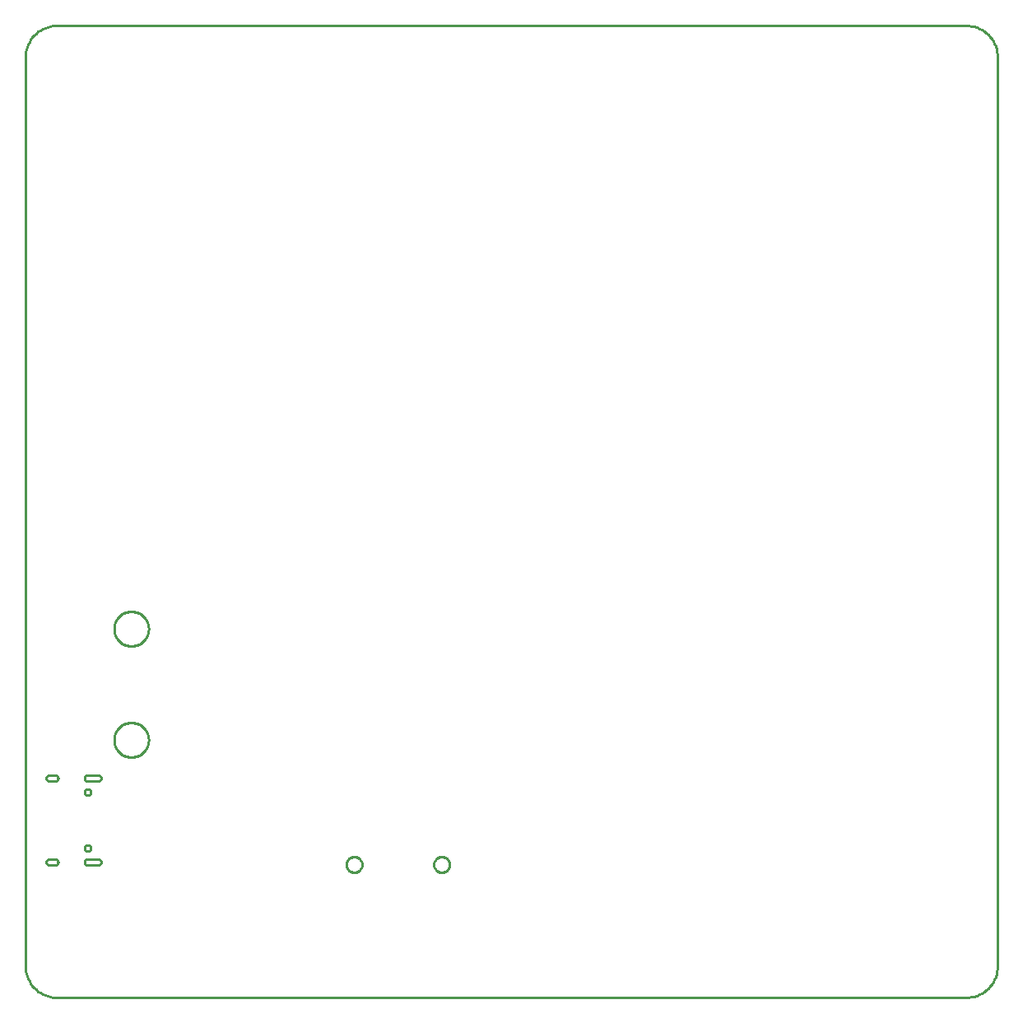
<source format=gbr>
G04 EAGLE Gerber RS-274X export*
G75*
%MOMM*%
%FSLAX34Y34*%
%LPD*%
%INGKO*%
%IPPOS*%
%AMOC8*
5,1,8,0,0,1.08239X$1,22.5*%
G01*
%ADD10C,0.254000*%


D10*
X-499872Y-464820D02*
X-499829Y-467580D01*
X-499546Y-470325D01*
X-499025Y-473035D01*
X-498269Y-475689D01*
X-497285Y-478268D01*
X-496080Y-480751D01*
X-494663Y-483119D01*
X-493045Y-485355D01*
X-491238Y-487441D01*
X-489257Y-489362D01*
X-487115Y-491103D01*
X-484830Y-492651D01*
X-482419Y-493993D01*
X-479900Y-495121D01*
X-477292Y-496024D01*
X-474616Y-496697D01*
X-471891Y-497134D01*
X-469138Y-497332D01*
X467360Y-497332D01*
X470194Y-497208D01*
X473006Y-496838D01*
X475775Y-496224D01*
X478480Y-495371D01*
X481100Y-494286D01*
X483616Y-492976D01*
X486008Y-491452D01*
X488258Y-489726D01*
X490349Y-487809D01*
X492266Y-485718D01*
X493992Y-483468D01*
X495516Y-481076D01*
X496826Y-478560D01*
X497911Y-475940D01*
X498764Y-473235D01*
X499378Y-470466D01*
X499748Y-467654D01*
X499872Y-464820D01*
X499872Y469900D01*
X499748Y472734D01*
X499378Y475546D01*
X498764Y478315D01*
X497911Y481020D01*
X496826Y483640D01*
X495516Y486156D01*
X493992Y488548D01*
X492266Y490798D01*
X490349Y492889D01*
X488258Y494806D01*
X486008Y496532D01*
X483616Y498056D01*
X481100Y499366D01*
X478480Y500451D01*
X475775Y501304D01*
X473006Y501918D01*
X470194Y502288D01*
X467360Y502412D01*
X-469138Y502412D01*
X-471891Y502214D01*
X-474616Y501777D01*
X-477292Y501104D01*
X-479900Y500201D01*
X-482419Y499073D01*
X-484830Y497731D01*
X-487115Y496183D01*
X-489257Y494442D01*
X-491238Y492521D01*
X-493045Y490435D01*
X-494663Y488199D01*
X-496080Y485831D01*
X-497285Y483348D01*
X-498269Y480769D01*
X-499025Y478115D01*
X-499546Y475405D01*
X-499829Y472660D01*
X-499872Y469900D01*
X-499872Y-464820D01*
X-436290Y-361160D02*
X-425290Y-361160D01*
X-425029Y-361149D01*
X-424769Y-361114D01*
X-424514Y-361058D01*
X-424264Y-360979D01*
X-424022Y-360879D01*
X-423790Y-360758D01*
X-423569Y-360617D01*
X-423362Y-360458D01*
X-423169Y-360281D01*
X-422992Y-360088D01*
X-422833Y-359881D01*
X-422692Y-359660D01*
X-422571Y-359428D01*
X-422471Y-359186D01*
X-422392Y-358936D01*
X-422336Y-358681D01*
X-422301Y-358421D01*
X-422290Y-358160D01*
X-422301Y-357899D01*
X-422336Y-357639D01*
X-422392Y-357384D01*
X-422471Y-357134D01*
X-422571Y-356892D01*
X-422692Y-356660D01*
X-422833Y-356439D01*
X-422992Y-356232D01*
X-423169Y-356039D01*
X-423362Y-355862D01*
X-423569Y-355703D01*
X-423790Y-355562D01*
X-424022Y-355441D01*
X-424264Y-355341D01*
X-424514Y-355262D01*
X-424769Y-355206D01*
X-425029Y-355171D01*
X-425290Y-355160D01*
X-436290Y-355160D01*
X-436551Y-355171D01*
X-436811Y-355206D01*
X-437066Y-355262D01*
X-437316Y-355341D01*
X-437558Y-355441D01*
X-437790Y-355562D01*
X-438011Y-355703D01*
X-438218Y-355862D01*
X-438411Y-356039D01*
X-438588Y-356232D01*
X-438747Y-356439D01*
X-438888Y-356660D01*
X-439009Y-356892D01*
X-439109Y-357134D01*
X-439188Y-357384D01*
X-439244Y-357639D01*
X-439279Y-357899D01*
X-439290Y-358160D01*
X-439279Y-358421D01*
X-439244Y-358681D01*
X-439188Y-358936D01*
X-439109Y-359186D01*
X-439009Y-359428D01*
X-438888Y-359660D01*
X-438747Y-359881D01*
X-438588Y-360088D01*
X-438411Y-360281D01*
X-438218Y-360458D01*
X-438011Y-360617D01*
X-437790Y-360758D01*
X-437558Y-360879D01*
X-437316Y-360979D01*
X-437066Y-361058D01*
X-436811Y-361114D01*
X-436551Y-361149D01*
X-436290Y-361160D01*
X-475640Y-361160D02*
X-469440Y-361160D01*
X-469179Y-361149D01*
X-468919Y-361114D01*
X-468664Y-361058D01*
X-468414Y-360979D01*
X-468172Y-360879D01*
X-467940Y-360758D01*
X-467719Y-360617D01*
X-467512Y-360458D01*
X-467319Y-360281D01*
X-467142Y-360088D01*
X-466983Y-359881D01*
X-466842Y-359660D01*
X-466721Y-359428D01*
X-466621Y-359186D01*
X-466542Y-358936D01*
X-466486Y-358681D01*
X-466451Y-358421D01*
X-466440Y-358160D01*
X-466451Y-357899D01*
X-466486Y-357639D01*
X-466542Y-357384D01*
X-466621Y-357134D01*
X-466721Y-356892D01*
X-466842Y-356660D01*
X-466983Y-356439D01*
X-467142Y-356232D01*
X-467319Y-356039D01*
X-467512Y-355862D01*
X-467719Y-355703D01*
X-467940Y-355562D01*
X-468172Y-355441D01*
X-468414Y-355341D01*
X-468664Y-355262D01*
X-468919Y-355206D01*
X-469179Y-355171D01*
X-469440Y-355160D01*
X-475640Y-355160D01*
X-475901Y-355171D01*
X-476161Y-355206D01*
X-476416Y-355262D01*
X-476666Y-355341D01*
X-476908Y-355441D01*
X-477140Y-355562D01*
X-477361Y-355703D01*
X-477568Y-355862D01*
X-477761Y-356039D01*
X-477938Y-356232D01*
X-478097Y-356439D01*
X-478238Y-356660D01*
X-478359Y-356892D01*
X-478459Y-357134D01*
X-478538Y-357384D01*
X-478594Y-357639D01*
X-478629Y-357899D01*
X-478640Y-358160D01*
X-478629Y-358421D01*
X-478594Y-358681D01*
X-478538Y-358936D01*
X-478459Y-359186D01*
X-478359Y-359428D01*
X-478238Y-359660D01*
X-478097Y-359881D01*
X-477938Y-360088D01*
X-477761Y-360281D01*
X-477568Y-360458D01*
X-477361Y-360617D01*
X-477140Y-360758D01*
X-476908Y-360879D01*
X-476666Y-360979D01*
X-476416Y-361058D01*
X-476161Y-361114D01*
X-475901Y-361149D01*
X-475640Y-361160D01*
X-475640Y-274760D02*
X-469440Y-274760D01*
X-469179Y-274749D01*
X-468919Y-274714D01*
X-468664Y-274658D01*
X-468414Y-274579D01*
X-468172Y-274479D01*
X-467940Y-274358D01*
X-467719Y-274217D01*
X-467512Y-274058D01*
X-467319Y-273881D01*
X-467142Y-273688D01*
X-466983Y-273481D01*
X-466842Y-273260D01*
X-466721Y-273028D01*
X-466621Y-272786D01*
X-466542Y-272536D01*
X-466486Y-272281D01*
X-466451Y-272021D01*
X-466440Y-271760D01*
X-466451Y-271499D01*
X-466486Y-271239D01*
X-466542Y-270984D01*
X-466621Y-270734D01*
X-466721Y-270492D01*
X-466842Y-270260D01*
X-466983Y-270039D01*
X-467142Y-269832D01*
X-467319Y-269639D01*
X-467512Y-269462D01*
X-467719Y-269303D01*
X-467940Y-269162D01*
X-468172Y-269041D01*
X-468414Y-268941D01*
X-468664Y-268862D01*
X-468919Y-268806D01*
X-469179Y-268771D01*
X-469440Y-268760D01*
X-475640Y-268760D01*
X-475901Y-268771D01*
X-476161Y-268806D01*
X-476416Y-268862D01*
X-476666Y-268941D01*
X-476908Y-269041D01*
X-477140Y-269162D01*
X-477361Y-269303D01*
X-477568Y-269462D01*
X-477761Y-269639D01*
X-477938Y-269832D01*
X-478097Y-270039D01*
X-478238Y-270260D01*
X-478359Y-270492D01*
X-478459Y-270734D01*
X-478538Y-270984D01*
X-478594Y-271239D01*
X-478629Y-271499D01*
X-478640Y-271760D01*
X-478629Y-272021D01*
X-478594Y-272281D01*
X-478538Y-272536D01*
X-478459Y-272786D01*
X-478359Y-273028D01*
X-478238Y-273260D01*
X-478097Y-273481D01*
X-477938Y-273688D01*
X-477761Y-273881D01*
X-477568Y-274058D01*
X-477361Y-274217D01*
X-477140Y-274358D01*
X-476908Y-274479D01*
X-476666Y-274579D01*
X-476416Y-274658D01*
X-476161Y-274714D01*
X-475901Y-274749D01*
X-475640Y-274760D01*
X-436290Y-274760D02*
X-425290Y-274760D01*
X-425029Y-274749D01*
X-424769Y-274714D01*
X-424514Y-274658D01*
X-424264Y-274579D01*
X-424022Y-274479D01*
X-423790Y-274358D01*
X-423569Y-274217D01*
X-423362Y-274058D01*
X-423169Y-273881D01*
X-422992Y-273688D01*
X-422833Y-273481D01*
X-422692Y-273260D01*
X-422571Y-273028D01*
X-422471Y-272786D01*
X-422392Y-272536D01*
X-422336Y-272281D01*
X-422301Y-272021D01*
X-422290Y-271760D01*
X-422301Y-271499D01*
X-422336Y-271239D01*
X-422392Y-270984D01*
X-422471Y-270734D01*
X-422571Y-270492D01*
X-422692Y-270260D01*
X-422833Y-270039D01*
X-422992Y-269832D01*
X-423169Y-269639D01*
X-423362Y-269462D01*
X-423569Y-269303D01*
X-423790Y-269162D01*
X-424022Y-269041D01*
X-424264Y-268941D01*
X-424514Y-268862D01*
X-424769Y-268806D01*
X-425029Y-268771D01*
X-425290Y-268760D01*
X-436290Y-268760D01*
X-436551Y-268771D01*
X-436811Y-268806D01*
X-437066Y-268862D01*
X-437316Y-268941D01*
X-437558Y-269041D01*
X-437790Y-269162D01*
X-438011Y-269303D01*
X-438218Y-269462D01*
X-438411Y-269639D01*
X-438588Y-269832D01*
X-438747Y-270039D01*
X-438888Y-270260D01*
X-439009Y-270492D01*
X-439109Y-270734D01*
X-439188Y-270984D01*
X-439244Y-271239D01*
X-439279Y-271499D01*
X-439290Y-271760D01*
X-439279Y-272021D01*
X-439244Y-272281D01*
X-439188Y-272536D01*
X-439109Y-272786D01*
X-439009Y-273028D01*
X-438888Y-273260D01*
X-438747Y-273481D01*
X-438588Y-273688D01*
X-438411Y-273881D01*
X-438218Y-274058D01*
X-438011Y-274217D01*
X-437790Y-274358D01*
X-437558Y-274479D01*
X-437316Y-274579D01*
X-437066Y-274658D01*
X-436811Y-274714D01*
X-436551Y-274749D01*
X-436290Y-274760D01*
X-436290Y-361160D02*
X-425290Y-361160D01*
X-425029Y-361149D01*
X-424769Y-361114D01*
X-424514Y-361058D01*
X-424264Y-360979D01*
X-424022Y-360879D01*
X-423790Y-360758D01*
X-423569Y-360617D01*
X-423362Y-360458D01*
X-423169Y-360281D01*
X-422992Y-360088D01*
X-422833Y-359881D01*
X-422692Y-359660D01*
X-422571Y-359428D01*
X-422471Y-359186D01*
X-422392Y-358936D01*
X-422336Y-358681D01*
X-422301Y-358421D01*
X-422290Y-358160D01*
X-422301Y-357899D01*
X-422336Y-357639D01*
X-422392Y-357384D01*
X-422471Y-357134D01*
X-422571Y-356892D01*
X-422692Y-356660D01*
X-422833Y-356439D01*
X-422992Y-356232D01*
X-423169Y-356039D01*
X-423362Y-355862D01*
X-423569Y-355703D01*
X-423790Y-355562D01*
X-424022Y-355441D01*
X-424264Y-355341D01*
X-424514Y-355262D01*
X-424769Y-355206D01*
X-425029Y-355171D01*
X-425290Y-355160D01*
X-436290Y-355160D01*
X-436551Y-355171D01*
X-436811Y-355206D01*
X-437066Y-355262D01*
X-437316Y-355341D01*
X-437558Y-355441D01*
X-437790Y-355562D01*
X-438011Y-355703D01*
X-438218Y-355862D01*
X-438411Y-356039D01*
X-438588Y-356232D01*
X-438747Y-356439D01*
X-438888Y-356660D01*
X-439009Y-356892D01*
X-439109Y-357134D01*
X-439188Y-357384D01*
X-439244Y-357639D01*
X-439279Y-357899D01*
X-439290Y-358160D01*
X-439279Y-358421D01*
X-439244Y-358681D01*
X-439188Y-358936D01*
X-439109Y-359186D01*
X-439009Y-359428D01*
X-438888Y-359660D01*
X-438747Y-359881D01*
X-438588Y-360088D01*
X-438411Y-360281D01*
X-438218Y-360458D01*
X-438011Y-360617D01*
X-437790Y-360758D01*
X-437558Y-360879D01*
X-437316Y-360979D01*
X-437066Y-361058D01*
X-436811Y-361114D01*
X-436551Y-361149D01*
X-436290Y-361160D01*
X-475640Y-361160D02*
X-469440Y-361160D01*
X-469179Y-361149D01*
X-468919Y-361114D01*
X-468664Y-361058D01*
X-468414Y-360979D01*
X-468172Y-360879D01*
X-467940Y-360758D01*
X-467719Y-360617D01*
X-467512Y-360458D01*
X-467319Y-360281D01*
X-467142Y-360088D01*
X-466983Y-359881D01*
X-466842Y-359660D01*
X-466721Y-359428D01*
X-466621Y-359186D01*
X-466542Y-358936D01*
X-466486Y-358681D01*
X-466451Y-358421D01*
X-466440Y-358160D01*
X-466451Y-357899D01*
X-466486Y-357639D01*
X-466542Y-357384D01*
X-466621Y-357134D01*
X-466721Y-356892D01*
X-466842Y-356660D01*
X-466983Y-356439D01*
X-467142Y-356232D01*
X-467319Y-356039D01*
X-467512Y-355862D01*
X-467719Y-355703D01*
X-467940Y-355562D01*
X-468172Y-355441D01*
X-468414Y-355341D01*
X-468664Y-355262D01*
X-468919Y-355206D01*
X-469179Y-355171D01*
X-469440Y-355160D01*
X-475640Y-355160D01*
X-475901Y-355171D01*
X-476161Y-355206D01*
X-476416Y-355262D01*
X-476666Y-355341D01*
X-476908Y-355441D01*
X-477140Y-355562D01*
X-477361Y-355703D01*
X-477568Y-355862D01*
X-477761Y-356039D01*
X-477938Y-356232D01*
X-478097Y-356439D01*
X-478238Y-356660D01*
X-478359Y-356892D01*
X-478459Y-357134D01*
X-478538Y-357384D01*
X-478594Y-357639D01*
X-478629Y-357899D01*
X-478640Y-358160D01*
X-478629Y-358421D01*
X-478594Y-358681D01*
X-478538Y-358936D01*
X-478459Y-359186D01*
X-478359Y-359428D01*
X-478238Y-359660D01*
X-478097Y-359881D01*
X-477938Y-360088D01*
X-477761Y-360281D01*
X-477568Y-360458D01*
X-477361Y-360617D01*
X-477140Y-360758D01*
X-476908Y-360879D01*
X-476666Y-360979D01*
X-476416Y-361058D01*
X-476161Y-361114D01*
X-475901Y-361149D01*
X-475640Y-361160D01*
X-436290Y-274760D02*
X-425290Y-274760D01*
X-425029Y-274749D01*
X-424769Y-274714D01*
X-424514Y-274658D01*
X-424264Y-274579D01*
X-424022Y-274479D01*
X-423790Y-274358D01*
X-423569Y-274217D01*
X-423362Y-274058D01*
X-423169Y-273881D01*
X-422992Y-273688D01*
X-422833Y-273481D01*
X-422692Y-273260D01*
X-422571Y-273028D01*
X-422471Y-272786D01*
X-422392Y-272536D01*
X-422336Y-272281D01*
X-422301Y-272021D01*
X-422290Y-271760D01*
X-422301Y-271499D01*
X-422336Y-271239D01*
X-422392Y-270984D01*
X-422471Y-270734D01*
X-422571Y-270492D01*
X-422692Y-270260D01*
X-422833Y-270039D01*
X-422992Y-269832D01*
X-423169Y-269639D01*
X-423362Y-269462D01*
X-423569Y-269303D01*
X-423790Y-269162D01*
X-424022Y-269041D01*
X-424264Y-268941D01*
X-424514Y-268862D01*
X-424769Y-268806D01*
X-425029Y-268771D01*
X-425290Y-268760D01*
X-436290Y-268760D01*
X-436551Y-268771D01*
X-436811Y-268806D01*
X-437066Y-268862D01*
X-437316Y-268941D01*
X-437558Y-269041D01*
X-437790Y-269162D01*
X-438011Y-269303D01*
X-438218Y-269462D01*
X-438411Y-269639D01*
X-438588Y-269832D01*
X-438747Y-270039D01*
X-438888Y-270260D01*
X-439009Y-270492D01*
X-439109Y-270734D01*
X-439188Y-270984D01*
X-439244Y-271239D01*
X-439279Y-271499D01*
X-439290Y-271760D01*
X-439279Y-272021D01*
X-439244Y-272281D01*
X-439188Y-272536D01*
X-439109Y-272786D01*
X-439009Y-273028D01*
X-438888Y-273260D01*
X-438747Y-273481D01*
X-438588Y-273688D01*
X-438411Y-273881D01*
X-438218Y-274058D01*
X-438011Y-274217D01*
X-437790Y-274358D01*
X-437558Y-274479D01*
X-437316Y-274579D01*
X-437066Y-274658D01*
X-436811Y-274714D01*
X-436551Y-274749D01*
X-436290Y-274760D01*
X-475640Y-274760D02*
X-469440Y-274760D01*
X-469179Y-274749D01*
X-468919Y-274714D01*
X-468664Y-274658D01*
X-468414Y-274579D01*
X-468172Y-274479D01*
X-467940Y-274358D01*
X-467719Y-274217D01*
X-467512Y-274058D01*
X-467319Y-273881D01*
X-467142Y-273688D01*
X-466983Y-273481D01*
X-466842Y-273260D01*
X-466721Y-273028D01*
X-466621Y-272786D01*
X-466542Y-272536D01*
X-466486Y-272281D01*
X-466451Y-272021D01*
X-466440Y-271760D01*
X-466451Y-271499D01*
X-466486Y-271239D01*
X-466542Y-270984D01*
X-466621Y-270734D01*
X-466721Y-270492D01*
X-466842Y-270260D01*
X-466983Y-270039D01*
X-467142Y-269832D01*
X-467319Y-269639D01*
X-467512Y-269462D01*
X-467719Y-269303D01*
X-467940Y-269162D01*
X-468172Y-269041D01*
X-468414Y-268941D01*
X-468664Y-268862D01*
X-468919Y-268806D01*
X-469179Y-268771D01*
X-469440Y-268760D01*
X-475640Y-268760D01*
X-475901Y-268771D01*
X-476161Y-268806D01*
X-476416Y-268862D01*
X-476666Y-268941D01*
X-476908Y-269041D01*
X-477140Y-269162D01*
X-477361Y-269303D01*
X-477568Y-269462D01*
X-477761Y-269639D01*
X-477938Y-269832D01*
X-478097Y-270039D01*
X-478238Y-270260D01*
X-478359Y-270492D01*
X-478459Y-270734D01*
X-478538Y-270984D01*
X-478594Y-271239D01*
X-478629Y-271499D01*
X-478640Y-271760D01*
X-478629Y-272021D01*
X-478594Y-272281D01*
X-478538Y-272536D01*
X-478459Y-272786D01*
X-478359Y-273028D01*
X-478238Y-273260D01*
X-478097Y-273481D01*
X-477938Y-273688D01*
X-477761Y-273881D01*
X-477568Y-274058D01*
X-477361Y-274217D01*
X-477140Y-274358D01*
X-476908Y-274479D01*
X-476666Y-274579D01*
X-476416Y-274658D01*
X-476161Y-274714D01*
X-475901Y-274749D01*
X-475640Y-274760D01*
X-72233Y-368680D02*
X-73015Y-368603D01*
X-73786Y-368450D01*
X-74538Y-368221D01*
X-75265Y-367921D01*
X-75958Y-367550D01*
X-76611Y-367113D01*
X-77219Y-366615D01*
X-77775Y-366059D01*
X-78273Y-365451D01*
X-78710Y-364798D01*
X-79081Y-364105D01*
X-79381Y-363378D01*
X-79610Y-362626D01*
X-79763Y-361855D01*
X-79840Y-361073D01*
X-79840Y-360287D01*
X-79763Y-359505D01*
X-79610Y-358734D01*
X-79381Y-357982D01*
X-79081Y-357255D01*
X-78710Y-356562D01*
X-78273Y-355909D01*
X-77775Y-355301D01*
X-77219Y-354745D01*
X-76611Y-354247D01*
X-75958Y-353810D01*
X-75265Y-353439D01*
X-74538Y-353139D01*
X-73786Y-352910D01*
X-73015Y-352757D01*
X-72233Y-352680D01*
X-71447Y-352680D01*
X-70665Y-352757D01*
X-69894Y-352910D01*
X-69142Y-353139D01*
X-68415Y-353439D01*
X-67722Y-353810D01*
X-67069Y-354247D01*
X-66461Y-354745D01*
X-65905Y-355301D01*
X-65407Y-355909D01*
X-64970Y-356562D01*
X-64599Y-357255D01*
X-64299Y-357982D01*
X-64070Y-358734D01*
X-63917Y-359505D01*
X-63840Y-360287D01*
X-63840Y-361073D01*
X-63917Y-361855D01*
X-64070Y-362626D01*
X-64299Y-363378D01*
X-64599Y-364105D01*
X-64970Y-364798D01*
X-65407Y-365451D01*
X-65905Y-366059D01*
X-66461Y-366615D01*
X-67069Y-367113D01*
X-67722Y-367550D01*
X-68415Y-367921D01*
X-69142Y-368221D01*
X-69894Y-368450D01*
X-70665Y-368603D01*
X-71447Y-368680D01*
X-72233Y-368680D01*
X-162233Y-368680D02*
X-163015Y-368603D01*
X-163786Y-368450D01*
X-164538Y-368221D01*
X-165265Y-367921D01*
X-165958Y-367550D01*
X-166611Y-367113D01*
X-167219Y-366615D01*
X-167775Y-366059D01*
X-168273Y-365451D01*
X-168710Y-364798D01*
X-169081Y-364105D01*
X-169381Y-363378D01*
X-169610Y-362626D01*
X-169763Y-361855D01*
X-169840Y-361073D01*
X-169840Y-360287D01*
X-169763Y-359505D01*
X-169610Y-358734D01*
X-169381Y-357982D01*
X-169081Y-357255D01*
X-168710Y-356562D01*
X-168273Y-355909D01*
X-167775Y-355301D01*
X-167219Y-354745D01*
X-166611Y-354247D01*
X-165958Y-353810D01*
X-165265Y-353439D01*
X-164538Y-353139D01*
X-163786Y-352910D01*
X-163015Y-352757D01*
X-162233Y-352680D01*
X-161447Y-352680D01*
X-160665Y-352757D01*
X-159894Y-352910D01*
X-159142Y-353139D01*
X-158415Y-353439D01*
X-157722Y-353810D01*
X-157069Y-354247D01*
X-156461Y-354745D01*
X-155905Y-355301D01*
X-155407Y-355909D01*
X-154970Y-356562D01*
X-154599Y-357255D01*
X-154299Y-357982D01*
X-154070Y-358734D01*
X-153917Y-359505D01*
X-153840Y-360287D01*
X-153840Y-361073D01*
X-153917Y-361855D01*
X-154070Y-362626D01*
X-154299Y-363378D01*
X-154599Y-364105D01*
X-154970Y-364798D01*
X-155407Y-365451D01*
X-155905Y-366059D01*
X-156461Y-366615D01*
X-157069Y-367113D01*
X-157722Y-367550D01*
X-158415Y-367921D01*
X-159142Y-368221D01*
X-159894Y-368450D01*
X-160665Y-368603D01*
X-161447Y-368680D01*
X-162233Y-368680D01*
X-408940Y-117528D02*
X-408864Y-116366D01*
X-408712Y-115212D01*
X-408485Y-114070D01*
X-408184Y-112946D01*
X-407809Y-111844D01*
X-407364Y-110768D01*
X-406849Y-109724D01*
X-406267Y-108716D01*
X-405620Y-107748D01*
X-404912Y-106824D01*
X-404144Y-105949D01*
X-403321Y-105126D01*
X-402446Y-104359D01*
X-401522Y-103650D01*
X-400554Y-103003D01*
X-399546Y-102421D01*
X-398502Y-101906D01*
X-397426Y-101461D01*
X-396324Y-101087D01*
X-395200Y-100785D01*
X-394058Y-100558D01*
X-392904Y-100406D01*
X-391742Y-100330D01*
X-390578Y-100330D01*
X-389416Y-100406D01*
X-388262Y-100558D01*
X-387120Y-100785D01*
X-385996Y-101087D01*
X-384894Y-101461D01*
X-383818Y-101906D01*
X-382774Y-102421D01*
X-381766Y-103003D01*
X-380798Y-103650D01*
X-379874Y-104359D01*
X-378999Y-105126D01*
X-378176Y-105949D01*
X-377409Y-106824D01*
X-376700Y-107748D01*
X-376053Y-108716D01*
X-375471Y-109724D01*
X-374956Y-110768D01*
X-374511Y-111844D01*
X-374137Y-112946D01*
X-373835Y-114070D01*
X-373608Y-115212D01*
X-373456Y-116366D01*
X-373380Y-117528D01*
X-373380Y-118692D01*
X-373456Y-119854D01*
X-373608Y-121008D01*
X-373835Y-122150D01*
X-374137Y-123274D01*
X-374511Y-124376D01*
X-374956Y-125452D01*
X-375471Y-126496D01*
X-376053Y-127504D01*
X-376700Y-128472D01*
X-377409Y-129396D01*
X-378176Y-130271D01*
X-378999Y-131094D01*
X-379874Y-131862D01*
X-380798Y-132570D01*
X-381766Y-133217D01*
X-382774Y-133799D01*
X-383818Y-134314D01*
X-384894Y-134759D01*
X-385996Y-135134D01*
X-387120Y-135435D01*
X-388262Y-135662D01*
X-389416Y-135814D01*
X-390578Y-135890D01*
X-391742Y-135890D01*
X-392904Y-135814D01*
X-394058Y-135662D01*
X-395200Y-135435D01*
X-396324Y-135134D01*
X-397426Y-134759D01*
X-398502Y-134314D01*
X-399546Y-133799D01*
X-400554Y-133217D01*
X-401522Y-132570D01*
X-402446Y-131862D01*
X-403321Y-131094D01*
X-404144Y-130271D01*
X-404912Y-129396D01*
X-405620Y-128472D01*
X-406267Y-127504D01*
X-406849Y-126496D01*
X-407364Y-125452D01*
X-407809Y-124376D01*
X-408184Y-123274D01*
X-408485Y-122150D01*
X-408712Y-121008D01*
X-408864Y-119854D01*
X-408940Y-118692D01*
X-408940Y-117528D01*
X-408940Y-231828D02*
X-408864Y-230666D01*
X-408712Y-229512D01*
X-408485Y-228370D01*
X-408184Y-227246D01*
X-407809Y-226144D01*
X-407364Y-225068D01*
X-406849Y-224024D01*
X-406267Y-223016D01*
X-405620Y-222048D01*
X-404912Y-221124D01*
X-404144Y-220249D01*
X-403321Y-219426D01*
X-402446Y-218659D01*
X-401522Y-217950D01*
X-400554Y-217303D01*
X-399546Y-216721D01*
X-398502Y-216206D01*
X-397426Y-215761D01*
X-396324Y-215387D01*
X-395200Y-215085D01*
X-394058Y-214858D01*
X-392904Y-214706D01*
X-391742Y-214630D01*
X-390578Y-214630D01*
X-389416Y-214706D01*
X-388262Y-214858D01*
X-387120Y-215085D01*
X-385996Y-215387D01*
X-384894Y-215761D01*
X-383818Y-216206D01*
X-382774Y-216721D01*
X-381766Y-217303D01*
X-380798Y-217950D01*
X-379874Y-218659D01*
X-378999Y-219426D01*
X-378176Y-220249D01*
X-377409Y-221124D01*
X-376700Y-222048D01*
X-376053Y-223016D01*
X-375471Y-224024D01*
X-374956Y-225068D01*
X-374511Y-226144D01*
X-374137Y-227246D01*
X-373835Y-228370D01*
X-373608Y-229512D01*
X-373456Y-230666D01*
X-373380Y-231828D01*
X-373380Y-232992D01*
X-373456Y-234154D01*
X-373608Y-235308D01*
X-373835Y-236450D01*
X-374137Y-237574D01*
X-374511Y-238676D01*
X-374956Y-239752D01*
X-375471Y-240796D01*
X-376053Y-241804D01*
X-376700Y-242772D01*
X-377409Y-243696D01*
X-378176Y-244571D01*
X-378999Y-245394D01*
X-379874Y-246162D01*
X-380798Y-246870D01*
X-381766Y-247517D01*
X-382774Y-248099D01*
X-383818Y-248614D01*
X-384894Y-249059D01*
X-385996Y-249434D01*
X-387120Y-249735D01*
X-388262Y-249962D01*
X-389416Y-250114D01*
X-390578Y-250190D01*
X-391742Y-250190D01*
X-392904Y-250114D01*
X-394058Y-249962D01*
X-395200Y-249735D01*
X-396324Y-249434D01*
X-397426Y-249059D01*
X-398502Y-248614D01*
X-399546Y-248099D01*
X-400554Y-247517D01*
X-401522Y-246870D01*
X-402446Y-246162D01*
X-403321Y-245394D01*
X-404144Y-244571D01*
X-404912Y-243696D01*
X-405620Y-242772D01*
X-406267Y-241804D01*
X-406849Y-240796D01*
X-407364Y-239752D01*
X-407809Y-238676D01*
X-408184Y-237574D01*
X-408485Y-236450D01*
X-408712Y-235308D01*
X-408864Y-234154D01*
X-408940Y-232992D01*
X-408940Y-231828D01*
X-436303Y-289310D02*
X-436725Y-289254D01*
X-437137Y-289144D01*
X-437531Y-288981D01*
X-437899Y-288768D01*
X-438237Y-288509D01*
X-438539Y-288207D01*
X-438798Y-287869D01*
X-439011Y-287501D01*
X-439174Y-287107D01*
X-439284Y-286695D01*
X-439340Y-286273D01*
X-439340Y-285847D01*
X-439284Y-285425D01*
X-439174Y-285013D01*
X-439011Y-284619D01*
X-438798Y-284251D01*
X-438539Y-283913D01*
X-438237Y-283611D01*
X-437899Y-283352D01*
X-437531Y-283139D01*
X-437137Y-282976D01*
X-436725Y-282866D01*
X-436303Y-282810D01*
X-435877Y-282810D01*
X-435455Y-282866D01*
X-435043Y-282976D01*
X-434649Y-283139D01*
X-434281Y-283352D01*
X-433943Y-283611D01*
X-433641Y-283913D01*
X-433382Y-284251D01*
X-433169Y-284619D01*
X-433006Y-285013D01*
X-432896Y-285425D01*
X-432840Y-285847D01*
X-432840Y-286273D01*
X-432896Y-286695D01*
X-433006Y-287107D01*
X-433169Y-287501D01*
X-433382Y-287869D01*
X-433641Y-288207D01*
X-433943Y-288509D01*
X-434281Y-288768D01*
X-434649Y-288981D01*
X-435043Y-289144D01*
X-435455Y-289254D01*
X-435877Y-289310D01*
X-436303Y-289310D01*
X-436303Y-347110D02*
X-436725Y-347054D01*
X-437137Y-346944D01*
X-437531Y-346781D01*
X-437899Y-346568D01*
X-438237Y-346309D01*
X-438539Y-346007D01*
X-438798Y-345669D01*
X-439011Y-345301D01*
X-439174Y-344907D01*
X-439284Y-344495D01*
X-439340Y-344073D01*
X-439340Y-343647D01*
X-439284Y-343225D01*
X-439174Y-342813D01*
X-439011Y-342419D01*
X-438798Y-342051D01*
X-438539Y-341713D01*
X-438237Y-341411D01*
X-437899Y-341152D01*
X-437531Y-340939D01*
X-437137Y-340776D01*
X-436725Y-340666D01*
X-436303Y-340610D01*
X-435877Y-340610D01*
X-435455Y-340666D01*
X-435043Y-340776D01*
X-434649Y-340939D01*
X-434281Y-341152D01*
X-433943Y-341411D01*
X-433641Y-341713D01*
X-433382Y-342051D01*
X-433169Y-342419D01*
X-433006Y-342813D01*
X-432896Y-343225D01*
X-432840Y-343647D01*
X-432840Y-344073D01*
X-432896Y-344495D01*
X-433006Y-344907D01*
X-433169Y-345301D01*
X-433382Y-345669D01*
X-433641Y-346007D01*
X-433943Y-346309D01*
X-434281Y-346568D01*
X-434649Y-346781D01*
X-435043Y-346944D01*
X-435455Y-347054D01*
X-435877Y-347110D01*
X-436303Y-347110D01*
M02*

</source>
